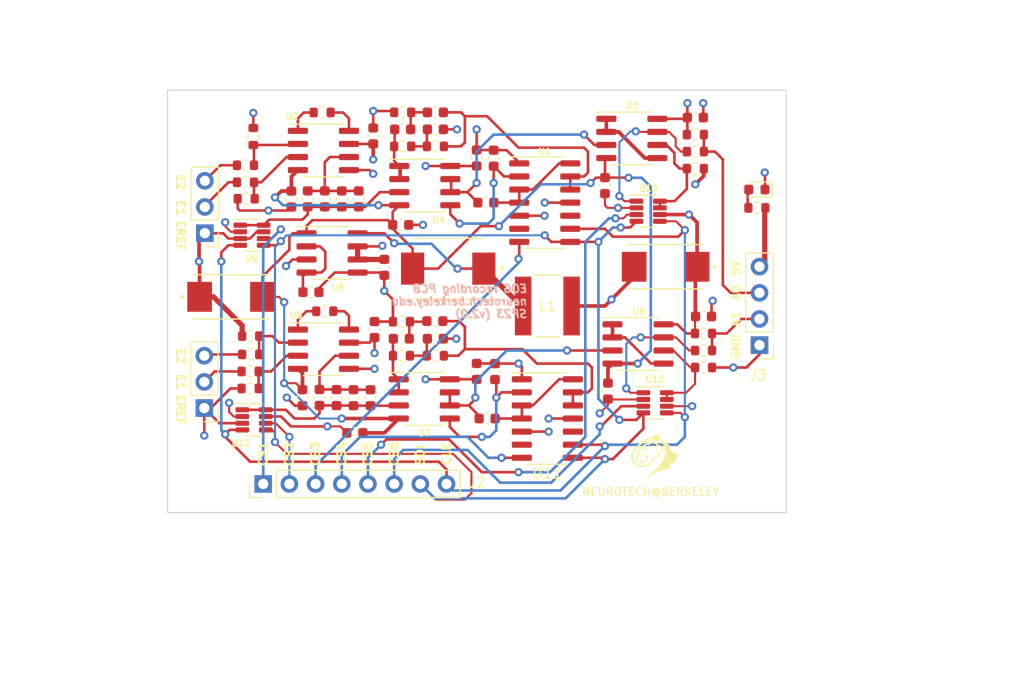
<source format=kicad_pcb>
(kicad_pcb (version 20211014) (generator pcbnew)
  (layers (0 "F.Cu" signal) (1 "In1.Cu" power "GND.Cu") (2 "In2.Cu" power "VDD.Cu") (31 "B.Cu" signal) (34 "B.Paste" user) (35 "F.Paste" user) (36 "B.SilkS" user "B.Silkscreen") (37 "F.SilkS" user "F.Silkscreen") (38 "B.Mask" user) (39 "F.Mask" user) (44 "Edge.Cuts" user))
  (net 0 "")
  (net 1 "VDD_NEG_5V")
  (net 2 "/IA_OUT_CH0")
  (net 3 "/NOTCH_IN_CH0")
  (net 4 "Net-(C13-Pad2)")
  (net 5 "Net-(C14-Pad2)")
  (net 6 "NOTCH_OUT_CH0")
  (net 7 "VDD")
  (net 8 "Net-(R3-Pad1)")
  (net 9 "Net-(R3-Pad2)")
  (net 10 "Net-(C21-Pad2)")
  (net 11 "Net-(C22-Pad2)")
  (net 12 "GND")
  (net 13 "E1_CH0")
  (net 14 "E2_CH0")
  (net 15 "/IA_IN-_CH0")
  (net 16 "/AMP_IN-_CH0")
  (net 17 "Net-(C17-Pad1)")
  (net 18 "Net-(R19-Pad1)")
  (net 19 "Net-(R19-Pad2)")
  (net 20 "/AMP_IN+_CH0")
  (net 21 "/IA_IN+_CH0")
  (net 22 "/IA_OUT_CH1")
  (net 23 "/NOTCH_IN_CH1")
  (net 24 "NOTCH_OUT_CH1")
  (net 25 "E1_CH1")
  (net 26 "E2_CH1")
  (net 27 "/IA_IN-_CH1")
  (net 28 "/IA_IN+_CH1")
  (net 29 "/AMP_IN-_CH1")
  (net 30 "/AMP_OUT_CH1")
  (net 31 "/AMP_IN+_CH1")
  (net 32 "/LPF_IN+_CH0")
  (net 33 "/LPF_IN-_CH0")
  (net 34 "/HPF_OUT_CH0")
  (net 35 "/LPF_IN+_CH1")
  (net 36 "/LPF_IN-_CH1")
  (net 37 "/HPF_OUT_CH1")
  (net 38 "/FB{slash}REF")
  (net 39 "/LX")
  (net 42 "CLK")
  (net 43 "SDI")
  (net 44 "CS1")
  (net 45 "CS5")
  (net 46 "CS2")
  (net 47 "CS6")
  (net 48 "Net-(C5-Pad1)")
  (net 49 "Net-(R12-Pad2)")
  (net 50 "CS3")
  (net 51 "CS4")
  (net 52 "AOUT_CH0")
  (net 53 "AOUT_CH1")
  (net 56 "Net-(LED1-Pad2)")
  (footprint "Capacitor_SMD:C_0603_1608Metric" (layer "F.Cu") (at 20.066 23.241 -90)
    (fp_text reference "C19")
    (fp_text value "0.1uF")
  )
  (footprint "Capacitor_SMD:C_0603_1608Metric" (layer "F.Cu") (at 18.542 10.5585 -90)
    (fp_text reference "C83")
    (fp_text value "10uF")
  )
  (footprint "Package_SO:SOIC-8_3.9x4.9mm_P1.27mm" (layer "F.Cu") (at 45.6255 24.638)
    (fp_text reference "U6")
    (fp_text value "LMC6482")
  )
  (footprint "Resistor_SMD:R_0603_1608Metric" (layer "F.Cu") (at 25.971 5.461 180)
    (fp_text reference "R15")
    (fp_text value "2k7" hide)
  )
  (footprint "Capacitor_SMD:C_0603_1608Metric" (layer "F.Cu") (at 19.685 29.858 -90)
    (fp_text reference "C203")
    (fp_text value "10uF")
  )
  (footprint "Resistor_SMD:R_0603_1608Metric" (layer "F.Cu") (at 51.9755 26.924 180)
    (fp_text reference "R24")
    (fp_text value "150R")
  )
  (footprint "Capacitor_SMD:C_0603_1608Metric" (layer "F.Cu") (at 18.034 29.858 -90)
    (fp_text reference "C202")
    (fp_text value "10uF")
  )
  (footprint "Capacitor_SMD:C_0603_1608Metric" (layer "F.Cu") (at 12.0015 10.5715 90)
    (fp_text reference "C6")
    (fp_text value "0.1uF" hide)
  )
  (footprint "Resistor_SMD:R_0603_1608Metric" (layer "F.Cu") (at 8.057 23.876)
    (fp_text reference "D5")
    (fp_text value "D5V0")
  )
  (footprint "Resistor_SMD:R_0603_1608Metric" (layer "F.Cu") (at 22.796 2.159 180)
    (fp_text reference "R13")
    (fp_text value "1k3" hide)
  )
  (footprint "Connector_PinHeader_2.54mm:PinHeader_1x04_P2.54mm_Vertical" (layer "F.Cu") (at 57.404 24.755 180)
    (fp_text reference "J3")
    (fp_text value "Conn_01x04")
  )
  (footprint "Capacitor_SMD:C_0603_1608Metric" (layer "F.Cu") (at 25.923 22.423)
    (fp_text reference "C23")
    (fp_text value "1uF")
  )
  (footprint "Resistor_SMD:R_0603_1608Metric" (layer "F.Cu") (at 7.549 7.295)
    (fp_text reference "R2")
    (fp_text value "220k" hide)
  )
  (footprint "Capacitor_SMD:C_0603_1608Metric" (layer "F.Cu") (at 25.971 3.81 180)
    (fp_text reference "C14")
    (fp_text value "2uF" hide)
  )
  (footprint "Resistor_SMD:R_0603_1608Metric" (layer "F.Cu") (at 51.181 7.62)
    (fp_text reference "R4")
    (fp_text value "150")
  )
  (footprint "Resistor_SMD:R_0603_1608Metric" (layer "F.Cu") (at 7.62 10.541)
    (fp_text reference "D2")
    (fp_text value "D5V0")
  )
  (footprint "Package_SO:SOIC-8_3.9x4.9mm_P1.27mm" (layer "F.Cu") (at 24.9435 9.271)
    (fp_text reference "U4")
    (fp_text value "LMC6482" hide)
  )
  (footprint "Resistor_SMD:R_0603_1608Metric" (layer "F.Cu") (at 8.001 27.305)
    (fp_text reference "R17")
    (fp_text value "220k")
  )
  (footprint "Capacitor_SMD:C_0603_1608Metric" (layer "F.Cu") (at 13.081 29.858 90)
    (fp_text reference "C18")
    (fp_text value "0.1uF")
  )
  (footprint "MountingHole:MountingHole_2.2mm_M2" (layer "F.Cu") (at 56.5 3.5)
    (fp_text reference "H2" hide)
    (fp_text value "MountingHole")
  )
  (footprint "Package_SO:SOIC-14_3.9x8.7mm_P1.27mm" (layer "F.Cu") (at 36.83 31.877)
    (fp_text reference "U11")
    (fp_text value "AD8402ARZ1")
  )
  (footprint "Package_SO:SOIC-8_3.9x4.9mm_P1.27mm" (layer "F.Cu") (at 15.9495 15.804)
    (fp_text reference "U8")
    (fp_text value "MAX764ESA+")
  )
  (footprint "NRS6028T470M:IND_NRS6028T470M" (layer "F.Cu") (at 36.83 20.955)
    (fp_text reference "L1")
    (fp_text value "47uH")
  )
  (footprint "Capacitor_SMD:C_0603_1608Metric" (layer "F.Cu") (at 18.161 33.274)
    (fp_text reference "C27")
    (fp_text value "0.1uF")
  )
  (footprint "Resistor_SMD:R_0603_1608Metric" (layer "F.Cu") (at 51.9755 23.622 180)
    (fp_text reference "R29")
    (fp_text value "1k")
  )
  (footprint "Capacitor_SMD:C_0603_1608Metric" (layer "F.Cu") (at 30.988 31.877 180)
    (fp_text reference "C17")
    (fp_text value "10uF")
  )
  (footprint "Resistor_SMD:R_0603_1608Metric" (layer "F.Cu") (at 7.549 8.946)
    (fp_text reference "R1")
    (fp_text value "220k" hide)
  )
  (footprint "Capacitor_SMD:C_0603_1608Metric" (layer "F.Cu") (at 13.899 19.614)
    (fp_text reference "C33")
    (fp_text value "0.1uF")
  )
  (footprint "Capacitor_SMD:C_0603_1608Metric" (layer "F.Cu") (at 29.972 6.591 -90)
    (fp_text reference "C11")
    (fp_text value "0.1uF")
  )
  (footprint "Capacitor_SMD:C_0603_1608Metric" (layer "F.Cu") (at 29.972 27.305 -90)
    (fp_text reference "C26")
    (fp_text value "0.1uF")
  )
  (footprint "Resistor_SMD:R_0603_1608Metric" (layer "F.Cu") (at 22.677 25.781 180)
    (fp_text reference "R26")
    (fp_text value "2k7")
  )
  (footprint "Resistor_SMD:R_0603_1608Metric" (layer "F.Cu") (at 25.966 25.781 180)
    (fp_text reference "R30")
    (fp_text value "2k7")
  )
  (footprint "Package_SO:SOIC-8_3.9x4.9mm_P1.27mm" (layer "F.Cu") (at 15.113 25.146)
    (fp_text reference "U5")
    (fp_text value "AD620")
  )
  (footprint "Resistor_SMD:R_0603_1608Metric" (layer "F.Cu") (at 57.15 11.43 180)
    (fp_text reference "R5")
    (fp_text value "400")
  )
  (footprint "Capacitor_SMD:C_0603_1608Metric" (layer "F.Cu") (at 22.664 24.13)
    (fp_text reference "C21")
    (fp_text value "1uF")
  )
  (footprint "MBRS330T3G:DIOM7959X261N" (layer "F.Cu") (at 27.2155 17.328 180)
    (fp_text reference "D1")
    (fp_text value "MBRS330T3G")
  )
  (footprint "Capacitor_SMD:C_0603_1608Metric" (layer "F.Cu") (at 42.7045 29.21 90)
    (fp_text reference "C25")
    (fp_text value "0.1uF")
  )
  (footprint "Package_SO:SOIC-8_3.9x4.9mm_P1.27mm" (layer "F.Cu") (at 15.113 5.8595)
    (fp_text reference "U2")
    (fp_text value "AD620")
  )
  (footprint "Capacitor_SMD:C_0603_1608Metric" (layer "F.Cu") (at 31.623 6.604 -90)
    (fp_text reference "C3")
    (fp_text value "10uF")
  )
  (footprint "MountingHole:MountingHole_2.2mm_M2" (layer "F.Cu") (at 3.5 37.5)
    (fp_text reference "H4" hide)
    (fp_text value "MountingHole")
  )
  (footprint "Capacitor_SMD:C_0603_1608Metric" (layer "F.Cu") (at 25.966 24.13 180)
    (fp_text reference "C22")
    (fp_text value "2uF")
  )
  (footprint "Capacitor_SMD:C_0603_1608Metric" (layer "F.Cu") (at 51.181 2.667 180)
    (fp_text reference "C9")
    (fp_text value "0.1uF")
  )
  (footprint "Resistor_SMD:R_0603_1608Metric" (layer "F.Cu") (at 14.986 2.1765)
    (fp_text reference "R3")
    (fp_text value "2k2" hide)
  )
  (footprint "Connector_PinHeader_2.54mm:PinHeader_1x03_P2.54mm_Vertical" (layer "F.Cu") (at 3.612 13.884 180)
    (fp_text reference "J1")
    (fp_text value "Conn_01x03" hide)
  )
  (footprint "MountingHole:MountingHole_2.2mm_M2" (layer "F.Cu") (at 56.5 34)
    (fp_text reference "H3" hide)
    (fp_text value "MountingHole")
  )
  (footprint "Resistor_SMD:R_0603_1608Metric" (layer "F.Cu") (at 22.796 5.461 180)
    (fp_text reference "R11")
    (fp_text value "2k7" hide)
  )
  (footprint "Resistor_SMD:R_0603_1608Metric" (layer "F.Cu") (at 15.24 21.463)
    (fp_text reference "R19")
    (fp_text value "2k2")
  )
  (footprint "LED_SMD:LED_0603_1608Metric" (layer "F.Cu") (at 57.15 9.652 180)
    (fp_text reference "LED1")
    (fp_text value "LED")
  )
  (footprint "Connector_PinHeader_2.54mm:PinHeader_1x03_P2.54mm_Vertical" (layer "F.Cu") (at 3.556 30.861 180)
    (fp_text reference "J4")
    (fp_text value "Conn_01x03")
  )
  (footprint "Capacitor_SMD:C_0603_1608Metric" (layer "F.Cu") (at 42.418 9.271 90)
    (fp_text reference "C10")
    (fp_text value "0.1uF")
  )
  (footprint "MountingHole:MountingHole_2.2mm_M2" (layer "F.Cu") (at 3.5 3.5)
    (fp_text reference "H1" hide)
    (fp_text value "MountingHole")
  )
  (footprint "Capacitor_SMD:C_0603_1608Metric" (layer "F.Cu") (at 22.606 13.081 180)
    (fp_text reference "C12")
    (fp_text value "0.1uF")
  )
  (footprint "Capacitor_SMD:C_0603_1608Metric" (layer "F.Cu") (at 14.732 29.832 -90)
    (fp_text reference "C20")
    (fp_text value "10uF")
  )
  (footprint "Resistor_SMD:R_0603_1608Metric" (layer "F.Cu") (at 51.181 5.969 180)
    (fp_text reference "R12")
    (fp_text value "1k")
  )
  (footprint "Capacitor_SMD:C_0603_1608Metric" (layer "F.Cu") (at 31.75 27.318 -90)
    (fp_text reference "C16")
    (fp_text value "10uF")
  )
  (footprint "Capacitor_SMD:C_0603_1608Metric" (layer "F.Cu") (at 15.24 10.5585 -90)
    (fp_text reference "C81")
    (fp_text value "10uF")
  )
  (footprint "Capacitor_SMD:C_0603_1608Metric" (layer "F.Cu") (at 16.891 10.5585 -90)
    (fp_text reference "C82")
    (fp_text value "10uF")
  )
  (footprint "Capacitor_SMD:C_0603_1608Metric" (layer "F.Cu") (at 19.939 4.445 -90)
    (fp_text reference "C7")
    (fp_text value "0.1uF" hide)
  )
  (footprint "Capacitor_SMD:C_0603_1608Metric" (layer "F.Cu") (at 25.971 2.159)
    (fp_text reference "C15")
    (fp_text value "1uF" hide)
  )
  (footprint "Package_SO:SOIC-14_3.9x8.7mm_P1.27mm" (layer "F.Cu") (at 36.576 10.922)
    (fp_text reference "U1")
    (fp_text value "AD8402ARZ1")
  )
  (footprint "Resistor_SMD:R_0603_1608Metric" (layer "F.Cu") (at 8.311 4.501 -90)
    (fp_text reference "D3")
    (fp_text value "D5V0")
  )
  (footprint "20TQC100MYF:CAP_20TQC100MYF" (layer "F.Cu") (at 48.3015 17.145 180)
    (fp_text reference "C1")
    (fp_text value "100uF")
  )
  (footprint "Package_TO_SOT_SMD:SOT-23-8" (layer "F.Cu") (at 46.6035 11.755)
    (fp_text reference "U10")
    (fp_text value "MAX5401EKAT")
  )
  (footprint "Resistor_SMD:R_0603_1608Metric" (layer "F.Cu") (at 8.057 25.654)
    (fp_text reference "R16")
    (fp_text value "220k")
  )
  (footprint "Package_TO_SOT_SMD:SOT-23-8" (layer "F.Cu") (at 47.2765 30.353)
    (fp_text reference "U13")
    (fp_text value "MAX5401EKAT")
  )
  (footprint "Capacitor_SMD:C_0603_1608Metric" (layer "F.Cu") (at 16.383 29.845 -90)
    (fp_text reference "C201")
    (fp_text value "10uF")
  )
  (footprint "LOGO" (layer "F.Cu") (at 47.244 35.687)
    (fp_text reference "G***" hide)
    (fp_text value "LOGO" hide)
  )
  (footprint "Connector_PinHeader_2.54mm:PinHeader_1x08_P2.54mm_Vertical" (layer "F.Cu") (at 9.271 38.227 90)
    (fp_text reference "J2")
    (fp_text value "Conn_01x08")
  )
  (footprint "Package_SO:SOIC-8_3.9x4.9mm_P1.27mm" (layer "F.Cu") (at 45.0215 4.6915)
    (fp_text reference "U3")
    (fp_text value "LMC6482")
  )
  (footprint "20TQC100MYF:CAP_20TQC100MYF" (layer "F.Cu") (at 6.152 20.066)
    (fp_text reference "C4")
    (fp_text value "68uF")
  )
  (footprint "Package_TO_SOT_SMD:SOT-23-8" (layer "F.Cu") (at 8.382 32.004)
    (fp_text reference "U12")
    (fp_text value "AD5160BRJZ5-RL7")
  )
  (footprint "Capacitor_SMD:C_0603_1608Metric" (layer "F.Cu") (at 51.9755 21.971 180)
    (fp_text reference "C24")
    (fp_text value "0.1uF")
  )
  (footprint "Resistor_SMD:R_0603_1608Metric" (layer "F.Cu") (at 22.677 22.479 180)
    (fp_text reference "R28")
    (fp_text value "1k3")
  )
  (footprint "Package_SO:SOIC-8_3.9x4.9mm_P1.27mm" (layer "F.Cu") (at 24.892 29.972)
    (fp_text reference "U7")
    (fp_text value "LMC6482")
  )
  (footprint "Capacitor_SMD:C_0603_1608Metric" (layer "F.Cu") (at 21.011 17.201 -90)
    (fp_text reference "C2")
    (fp_text value "0.1uF")
  )
  (footprint "Resistor_SMD:R_0603_1608Metric" (layer "F.Cu") (at 8.001 28.956)
    (fp_text reference "D4")
    (fp_text value "D5V0")
  )
  (footprint "Resistor_SMD:R_0603_1608Metric" (layer "F.Cu") (at 51.181 4.318 180)
    (fp_text reference "R14")
    (fp_text value "1k")
  )
  (footprint "Capacitor_SMD:C_0603_1608Metric" (layer "F.Cu") (at 30.861 10.922 180)
    (fp_text reference "C5")
    (fp_text value "10uF")
  )
  (footprint "Capacitor_SMD:C_0603_1608Metric" (layer "F.Cu") (at 22.796 3.81)
    (fp_text reference "C13")
    (fp_text value "1uF" hide)
  )
  (footprint "Package_TO_SOT_SMD:SOT-23-8" (layer "F.Cu") (at 8.1785 14.082)
    (fp_text reference "U9")
    (fp_text value "AD5160BRJZ5-RL7")
  )
  (footprint "Capacitor_SMD:C_0603_1608Metric" (layer "F.Cu") (at 13.589 10.5585 -90)
    (fp_text reference "C8")
    (fp_text value "10uF" hide)
  )
  (footprint "Resistor_SMD:R_0603_1608Metric" (layer "F.Cu") (at 51.9755 25.273 180)
    (fp_text reference "R27")
    (fp_text value "1k")
  )
  (gr_rect (start 0 0) (end 60 41) (layer "Edge.Cuts") (width 0.1) (fill none))
  (gr_text "EOG recording PCB\nneurotech.berkeley.edu\nSP23 (v2.0)" (at 35 20.5) (layer "B.SilkS") (effects (font (size 0.762 0.762) (thickness 0.1905) italic) (justify left mirror)))
  (gr_text "EREF" (at 1.27 31.031 -90) (layer "F.SilkS") (effects (font (size 0.8 0.8) (thickness 0.2))))
  (gr_text "E1" (at 1.27 28.321 -90) (layer "F.SilkS") (effects (font (size 0.8 0.8) (thickness 0.2))))
  (gr_text "5V" (at 55.118 17.272 90) (layer "F.SilkS") (effects (font (size 0.8 0.8) (thickness 0.2))))
  (gr_text "SDI" (at 24.496 35.433 90) (layer "F.SilkS") (effects (font (size 0.8 0.8) (thickness 0.2))))
  (gr_text "A0" (at 55.118 19.685 90) (layer "F.SilkS") (effects (font (size 0.8 0.8) (thickness 0.2))))
  (gr_text "CS3" (at 14.351 35.306 90) (layer "F.SilkS") (effects (font (size 0.8 0.8) (thickness 0.2))))
  (gr_text "NEUROTECH@BERKELEY" (at 40.132 38.989) (layer "F.SilkS") (effects (font (size 0.762 0.762) (thickness 0.12)) (justify left)))
  (gr_text "A1" (at 55.118 22.225 90) (layer "F.SilkS") (effects (font (size 0.8 0.8) (thickness 0.2))))
  (gr_text "E2" (at 1.27 8.933 270) (layer "F.SilkS") (effects (font (size 0.8 0.8) (thickness 0.2))))
  (gr_text "CLK" (at 27.036 35.306 90) (layer "F.SilkS") (effects (font (size 0.8 0.8) (thickness 0.2))))
  (gr_text "E2" (at 1.27 25.824 270) (layer "F.SilkS") (effects (font (size 0.8 0.8) (thickness 0.2))))
  (gr_text "CS2" (at 11.796 35.306 90) (layer "F.SilkS") (effects (font (size 0.8 0.8) (thickness 0.2))))
  (gr_text "CS5" (at 19.416 35.306 90) (layer "F.SilkS") (effects (font (size 0.8 0.8) (thickness 0.2))))
  (gr_text "CS6" (at 21.971 35.306 90) (layer "F.SilkS") (effects (font (size 0.8 0.8) (thickness 0.2))))
  (gr_text "CS1" (at 9.256 35.306 90) (layer "F.SilkS") (effects (font (size 0.8 0.8) (thickness 0.2))))
  (gr_text "CS4" (at 16.891 35.306 90) (layer "F.SilkS") (effects (font (size 0.8 0.8) (thickness 0.2))))
  (gr_text "GND" (at 55.118 24.892 90) (layer "F.SilkS") (effects (font (size 0.8 0.8) (thickness 0.2))))
  (gr_text "E1" (at 1.27 11.43 -90) (layer "F.SilkS") (effects (font (size 0.8 0.8) (thickness 0.2))))
  (gr_text "EREF" (at 1.27 14.14 -90) (layer "F.SilkS") (effects (font (size 0.8 0.8) (thickness 0.2))))
  (segment (start 11.0315 9.7965) (end 10.414 10.414) (width 0.3556) (layer "F.Cu") (net 1))
  (segment (start 42.7045 26.989) (end 43.1505 26.543) (width 0.3556) (layer "F.Cu") (net 1))
  (segment (start 22.4685 11.176) (end 20.447 11.176) (width 0.25) (layer "F.Cu") (net 1))
  (segment (start 42.418 6.725) (end 42.5465 6.5965) (width 0.254) (layer "F.Cu") (net 1))
  (segment (start 44.691 8.496) (end 42.418 8.496) (width 0.254) (layer "F.Cu") (net 1))
  (segment (start 41.021 9.017) (end 41.542 8.496) (width 0.25) (layer "F.Cu") (net 1))
  (segment (start 11.811 14.224) (end 12.136 13.899) (width 0.254) (layer "F.Cu") (net 1))
  (segment (start 13.081 29.083) (end 12.446 28.448) (width 0.2032) (layer "F.Cu") (net 1))
  (segment (start 21.379 12.629) (end 21.831 13.081) (width 0.25) (layer "F.Cu") (net 1))
  (segment (start 12.638 27.051) (end 13.081 27.494) (width 0.3556) (layer "F.Cu") (net 1))
  (segment (start 13.4745 13.899) (end 13.4745 13.1805) (width 0.25) (layer "F.Cu") (net 1))
  (segment (start 11.811 15.494) (end 11.811 14.224) (width 0.254) (layer "F.Cu") (net 1))
  (segment (start 14.026 12.629) (end 21.379 12.629) (width 0.25) (layer "F.Cu") (net 1))
  (segment (start 21.831 13.081) (end 21.831 11.8135) (width 0.25) (layer "F.Cu") (net 1))
  (segment (start 13.4745 13.1805) (end 14.026 12.629) (width 0.25) (layer "F.Cu") (net 1))
  (segment (start 42.7045 28.435) (end 42.7045 26.989) (width 0.3556) (layer "F.Cu") (net 1))
  (segment (start 12.136 13.899) (end 13.4745 13.899) (width 0.254) (layer "F.Cu") (net 1))
  (segment (start 41.542 8.496) (end 42.418 8.496) (width 0.25) (layer "F.Cu") (net 1))
  (segment (start 13.081 27.494) (end 13.081 29.083) (width 0.3556) (layer "F.Cu") (net 1))
  (segment (start 9.202 20.066) (end 9.202 18.103) (width 0.254) (layer "F.Cu") (net 1))
  (segment (start 29.972 13.589) (end 30.353 13.208) (width 0.25) (layer "F.Cu") (net 1))
  (segment (start 31.877 13.208) (end 32.131 13.208) (width 0.25) (layer "F.Cu") (net 1))
  (segment (start 42.418 8.496) (end 42.418 6.725) (width 0.254) (layer "F.Cu") (net 1))
  (segment (start 21.02 33.274) (end 22.417 31.877) (width 0.3556) (layer "F.Cu") (net 1))
  (segment (start 23.7605 17.328) (end 23.7605 15.3785) (width 0.25) (layer "F.Cu") (net 1))
  (segment (start 12.0015 9.7965) (end 12.0015 8.401) (width 0.3556) (layer "F.Cu") (net 1))
  (segment (start 23.7605 15.3785) (end 21.831 13.449) (width 0.25) (layer "F.Cu") (net 1))
  (segment (start 18.936 33.274) (end 21.02 33.274) (width 0.3556) (layer "F.Cu") (net 1))
  (segment (start 11.303 20.574) (end 10.795 20.066) (width 0.2032) (layer "F.Cu") (net 1))
  (segment (start 10.795 20.066) (end 9.202 20.066) (width 0.2032) (layer "F.Cu") (net 1))
  (segment (start 23.7605 17.328) (end 26.233 17.328) (width 0.25) (layer "F.Cu") (net 1))
  (segment (start 30.353 13.208) (end 31.877 13.208) (width 0.25) (layer "F.Cu") (net 1))
  (segment (start 12.446 28.448) (end 11.303 28.448) (width 0.2032) (layer "F.Cu") (net 1))
  (segment (start 9.202 18.103) (end 11.811 15.494) (width 0.254) (layer "F.Cu") (net 1))
  (segment (start 45.593 26.543) (end 43.1505 26.543) (width 0.3556) (layer "F.Cu") (net 1))
  (segment (start 21.831 13.449) (end 21.831 13.081) (width 0.25) (layer "F.Cu") (net 1))
  (segment (start 44.704 8.509) (end 44.691 8.496) (width 0.254) (layer "F.Cu") (net 1))
  (segment (start 26.233 17.328) (end 29.972 13.589) (width 0.25) (layer "F.Cu") (net 1))
  (segment (start 21.831 11.8135) (end 22.4685 11.176) (width 0.25) (layer "F.Cu") (net 1))
  (segment (start 12.0015 9.7965) (end 11.0315 9.7965) (width 0.3556) (layer "F.Cu") (net 1))
  (segment (start 12.0015 8.401) (end 12.638 7.7645) (width 0.3556) (layer "F.Cu") (net 1))
  (segment (start 22.417 31.877) (end 16.891 31.877) (width 0.3556) (layer "F.Cu") (net 1))
  (via (at 32.131 13.208) (size 0.8) (drill 0.4) (layers "F.Cu" "B.Cu") (net 1))
  (via (at 41.021 9.017) (size 0.8) (drill 0.4) (layers "F.Cu" "B.Cu") (net 1))
  (via (at 10.414 10.414) (size 0.8) (drill 0.4) (layers "F.Cu" "B.Cu") (net 1))
  (via (at 11.303 20.574) (size 0.8) (drill 0.4) (layers "F.Cu" "B.Cu") (net 1))
  (via (at 11.303 28.448) (size 0.8) (drill 0.4) (layers "F.Cu" "B.Cu") (net 1))
  (via (at 16.891 31.877) (size 0.8) (drill 0.4) (layers "F.Cu" "B.Cu") (net 1))
  (via (at 20.447 11.176) (size 0.8) (drill 0.4) (layers "F.Cu" "B.Cu") (net 1))
  (via (at 45.593 26.543) (size 0.8) (drill 0.4) (layers "F.Cu" "B.Cu") (net 1))
  (via (at 44.704 8.509) (size 0.8) (drill 0.4) (layers "F.Cu" "B.Cu") (net 1))
  (segment (start 41.021 9.017) (end 40.894 9.144) (width 0.25) (layer "B.Cu") (net 1))
  (segment (start 40.894 9.144) (end 36.195 9.144) (width 0.25) (layer "B.Cu") (net 1))
  (segment (start 11.303 28.448) (end 14.732 31.877) (width 0.2032) (layer "B.Cu") (net 1))
  (segment (start 46.863 25.273) (end 46.863 9.398) (width 0.254) (layer "B.Cu") (net 1))
  (segment (start 14.732 31.877) (end 16.891 31.877) (width 0.2032) (layer "B.Cu") (net 1))
  (segment (start 45.593 26.543) (end 46.863 25.273) (width 0.254) (layer "B.Cu") (net 1))
  (segment (start 11.303 20.828) (end 11.303 20.574) (width 0.2032) (layer "B.Cu") (net 1))
  (segment (start 36.195 9.144) (end 32.131 13.208) (width 0.25) (layer "B.Cu") (net 1))
  (segment (start 45.974 8.509) (end 44.704 8.509) (width 0.254) (layer "B.Cu") (net 1))
  (segment (start 46.863 9.398) (end 45.974 8.509) (width 0.254) (layer "B.Cu") (net 1))
  (segment (start 20.447 11.176) (end 11.176 11.176) (width 0.25) (layer "B.Cu") (net 1))
  (segment (start 11.176 11.176) (end 10.414 10.414) (width 0.25) (layer "B.Cu") (net 1))
  (segment (start 11.303 28.448) (end 11.303 20.828) (width 0.2032) (layer "B.Cu") (net 1))
  (segment (start 15.24 9.7835) (end 15.24 7.0025) (width 0.25) (layer "F.Cu") (net 2))
  (segment (start 15.24 9.7835) (end 16.891 9.7835) (width 0.254) (layer "F.Cu") (net 2))
  (segment (start 15.24 7.0025) (end 15.748 6.4945) (width 0.25) (layer "F.Cu") (net 2))
  (segment (start 16.891 9.7835) (end 18.542 9.7835) (width 0.254) (layer "F.Cu") (net 2))
  (segment (start 15.748 6.4945) (end 17.588 6.4945) (width 0.254) (layer "F.Cu") (net 2))
  (segment (start 13.589 9.7835) (end 15.24 9.7835) (width 0.254) (layer "F.Cu") (net 2))
  (segment (start 22.021 3.81) (end 22.021 5.411) (width 0.25) (layer "F.Cu") (net 3))
  (segment (start 21.971 6.8685) (end 22.4685 7.366) (width 0.25) (layer "F.Cu") (net 3))
  (segment (start 21.971 5.461) (end 21.971 6.8685) (width 0.25) (layer "F.Cu") (net 3))
  (segment (start 22.021 5.411) (end 21.971 5.461) (width 0.25) (layer "F.Cu") (net 3))
  (segment (start 22.549 8.509) (end 22.549 7.239) (width 0.3556) (layer "F.Cu") (net 3))
  (segment (start 23.621 2.159) (end 25.196 2.159) (width 0.25) (layer "F.Cu") (net 4))
  (segment (start 23.571 3.81) (end 23.571 2.209) (width 0.25) (layer "F.Cu") (net 4))
  (segment (start 23.571 2.209) (end 23.621 2.159) (width 0.25) (layer "F.Cu") (net 4))
  (segment (start 23.621 5.461) (end 25.146 5.461) (width 0.25) (layer "F.Cu") (net 5))
  (segment (start 25.146 3.86) (end 25.196 3.81) (width 0.25) (layer "F.Cu") (net 5))
  (segment (start 25.146 5.461) (end 25.146 3.86) (width 0.25) (layer "F.Cu") (net 5))
  (segment (start 28.829 2.54) (end 28.829 5.08) (width 0.254) (layer "F.Cu") (net 6))
  (segment (start 28.448 2.159) (end 28.829 2.54) (width 0.254) (layer "F.Cu") (net 6))
  (segment (start 39.051 8.382) (end 40.386 8.382) (width 0.25) (layer "F.Cu") (net 6))
  (segment (start 28.829 5.08) (end 28.448 5.461) (width 0.254) (layer "F.Cu") (net 6))
  (segment (start 40.386 8.382) (end 40.767 8.001) (width 0.25) (layer "F.Cu") (net 6))
  (segment (start 28.448 5.461) (end 26.796 5.461) (width 0.254) (layer "F.Cu") (net 6))
  (segment (start 40.767 5.969) (end 40.386 5.588) (width 0.25) (layer "F.Cu") (net 6))
  (segment (start 34.036 5.588) (end 30.988 2.54) (width 0.25) (layer "F.Cu") (net 6))
  (segment (start 39.051 9.652) (end 39.051 8.382) (width 0.25) (layer "F.Cu") (net 6))
  (segment (start 30.988 2.54) (end 28.829 2.54) (width 0.25) (layer "F.Cu") (net 6))
  (segment (start 40.386 5.588) (end 34.036 5.588) (width 0.25) (layer "F.Cu") (net 6))
  (segment (start 26.746 2.159) (end 28.448 2.159) (width 0.254) (layer "F.Cu") (net 6))
  (segment (start 40.767 8.001) (end 40.767 5.969) (width 0.25) (layer "F.Cu") (net 6))
  (segment (start 57.912 11.493) (end 57.912 16.627) (width 0.508) (layer "F.Cu") (net 7))
  (segment (start 50.576 12.065) (end 50.561 12.08) (width 0.3556) (layer "F.Cu") (net 7))
  (segment (start 27.4185 7.366) (end 25.273 7.366) (width 0.25) (layer "F.Cu") (net 7))
  (segment (start 20.828 15.113) (end 20.574 15.113) (width 0.2032) (layer "F.Cu") (net 7))
  (segment (start 6.137 13.757) (end 7.041 13.757) (width 0.2032) (layer "F.Cu") (net 7))
  (segment (start 18.4245 15.169) (end 18.4245 16.439) (width 0.508) (layer "F.Cu") (net 7))
  (segment (start 7.2445 31.679) (end 6.406 31.679) (width 0.2032) (layer "F.Cu") (net 7))
  (segment (start 50.406 4.268) (end 50.356 4.318) (width 0.254) (layer "F.Cu") (net 7))
  (segment (start 6.406 31.679) (end 5.969 31.242) (width 0.2032) (layer "F.Cu") (net 7))
  (segment (start 39.305 31.877) (end 36.957 31.877) (width 0.254) (layer "F.Cu") (net 7))
  (segment (start 51.3515 12.8405) (end 50.576 12.065) (width 0.3556) (layer "F.Cu") (net 7))
  (segment (start 51.3515 17.145) (end 51.3515 12.8405) (width 0.3556) (layer "F.Cu") (net 7))
  (segment (start 51.3515 17.145) (end 51.181 17.3155) (width 0.3556) (layer "F.Cu") (net 7))
  (segment (start 20.574 15.113) (end 20.518 15.169) (width 0.2032) (layer "F.Cu") (net 7))
  (segment (start 19.939 5.22) (end 19.939 6.731) (width 0.3556) (layer "F.Cu") (net 7))
  (segment (start 51.1505 23.622) (end 51.1505 22.021) (width 0.2032) (layer "F.Cu") (net 7))
  (segment (start 47.741 12.08) (end 50.561 12.08) (width 0.3556) (layer "F.Cu") (net 7))
  (segment (start 27.367 28.067) (end 29.959 28.067) (width 0.254) (layer "F.Cu") (net 7))
  (segment (start 57.975 11.43) (end 57.912 11.493) (width 0.508) (layer "F.Cu") (net 7))
  (segment (start 27.4185 7.366) (end 29.972 7.366) (width 0.25) (layer "F.Cu") (net 7))
  (segment (start 49.4355 22.733) (end 50.3245 23.622) (width 0.254) (layer "F.Cu") (net 7))
  (segment (start 29.959 28.067) (end 29.972 28.08) (width 0.254) (layer "F.Cu") (net 7))
  (segment (start 48.414 30.678) (end 50.871 30.678) (width 0.2032) (layer "F.Cu") (net 7))
  (segment (start 20.066 24.016) (end 20.066 25.527) (width 0.254) (layer "F.Cu") (net 7))
  (segment (start 48.1005 22.733) (end 49.4355 22.733) (width 0.254) (layer "F.Cu") (net 7))
  (segment (start 25.273 7.366) (end 25.019 7.366) (width 0.25) (layer "F.Cu") (net 7))
  (segment (start 50.2865 2.7865) (end 50.406 2.667) (width 0.254) (layer "F.Cu") (net 7))
  (segment (start 50.406 2.667) (end 50.406 4.268) (width 0.254) (layer "F.Cu") (net 7))
  (segment (start 20.518 15.169) (end 18.4245 15.169) (width 0.254) (layer "F.Cu") (net 7))
  (segment (start 20.998 16.439) (end 21.011 16.426) (width 0.508) (layer "F.Cu") (net 7))
  (segment (start 50.3245 23.622) (end 51.1505 23.622) (width 0.254) (layer "F.Cu") (net 7))
  (segment (start 18.4245 16.439) (end 20.998 16.439) (width 0.508) (layer "F.Cu") (net 7))
  (segment (start 27.367 28.067) (end 25.019 28.067) (width 0.254) (layer "F.Cu") (net 7))
  (segment (start 47.4965 2.7865) (end 50.2865 2.7865) (width 0.254) (layer "F.Cu") (net 7))
  (segment (start 39.051 10.922) (end 36.576 10.922) (width 0.254) (layer "F.Cu") (net 7))
  (segment (start 5.588 13.208) (end 6.137 13.757) (width 0.2032) (layer "F.Cu") (net 7))
  (segment (start 17.588 24.511) (end 19.571 24.511) (width 0.254) (layer "F.Cu") (net 7))
  (segment (start 5.969 31.242) (end 5.969 30.353) (width 0.2032) (layer "F.Cu") (net 7))
  (segment (start 51.1505 22.021) (end 51.2005 21.971) (width 0.2032) (layer "F.Cu") (net 7))
  (segment (start 57.912 16.627) (end 57.404 17.135) (width 0.508) (layer "F.Cu") (net 7))
  (segment (start 50.406 1.283) (end 50.419 1.27) (width 0.254) (layer "F.Cu") (net 7))
  (segment (start 17.588 5.2245) (end 19.9345 5.2245) (width 0.25) (layer "F.Cu") (net 7))
  (segment (start 50.406 2.667) (end 50.406 1.283) (width 0.254) (layer "F.Cu") (net 7))
  (segment (start 5.588 12.827) (end 5.588 13.208) (width 0.2032) (layer "F.Cu") (net 7))
  (segment (start 19.571 24.511) (end 20.066 24.016) (width 0.254) (layer "F.Cu") (net 7))
  (segment (start 51.181 17.3155) (end 51.181 21.9515) (width 0.3556) (layer "F.Cu") (net 7))
  (via blind (at 20.828 15.113) (size 0.8) (drill 0.4) (layers "F.Cu" "B.Cu") (net 7))
  (via blind (at 25.019 7.366) (size 0.8) (drill 0.4) (layers "F.Cu" "B.Cu") (net 7))
  (via blind (at 36.576 10.922) (size 0.8) (drill 0.4) (layers "F.Cu" "B.Cu") (net 7))
  (via blind (at 5.588 12.827) (size 0.8) (drill 0.4) (layers "F.Cu" "B.Cu") (net 7))
  (via blind (at 5.969 30.353) (size 0.8) (drill 0.4) (layers "F.Cu" "B.Cu") (net 7))
  (via blind (at 19.939 6.731) (size 0.8) (drill 0.4) (layers "F.Cu" "B.Cu") (net 7))
  (via blind (at 50.561 12.08) (size 0.8) (drill 0.4) (layers "F.Cu" "B.Cu") (net 7))
  (via blind (at 36.957 31.877) (size 0.8) (drill 0.4) (layers "F.Cu" "B.Cu") (net 7))
  (via blind (at 20.066 25.527) (size 0.8) (drill 0.4) (layers "F.Cu" "B.Cu") (net 7))
  (via blind (at 50.419 1.27) (size 0.8) (drill 0.4) (layers "F.Cu" "B.Cu") (net 7))
  (via blind (at 50.871 30.678) (size 0.8) (drill 0.4) (layers "F.Cu" "B.Cu") (net 7))
  (via blind (at 25.019 28.067) (size 0.8) (drill 0.4) (layers "F.Cu" "B.Cu") (net 7))
  (segment (start 12.638 3.9545) (end 12.638 2.7465) (width 0.25) (layer "F.Cu") (net 8))
  (segment (start 12.638 2.7465) (end 13.208 2.1765) (width 0.25) (layer "F.Cu") (net 8))
  (segment (start 13.208 2.1765) (end 14.161 2.1765) (width 0.25) (layer "F.Cu") (net 8))
  (segment (start 17.588 3.9545) (end 17.588 2.7465) (width 0.25) (layer "F.Cu") (net 9))
  (segment (start 17.588 2.7465) (end 17.018 2.1765) (width 0.25) (layer "F.Cu") (net 9))
  (segment (start 17.018 2.1765) (end 15.811 2.1765) (width 0.25) (layer "F.Cu") (net 9))
  (segment (start 23.439 24.13) (end 23.439 22.542) (width 0.25) (layer "F.Cu") (net 10))
  (segment (start 25.092 22.479) (end 25.148 22.423) (width 0.25) (layer "F.Cu") (net 10))
  (segment (start 23.502 22.479) (end 25.092 22.479) (width 0.25) (layer "F.Cu") (net 10))
  (segment (start 23.439 22.542) (end 23.502 22.479) (width 0.25) (layer "F.Cu") (net 10))
  (segment (start 23.502 25.781) (end 25.141 25.781) (width 0.25) (layer "F.Cu") (net 11))
  (segment (start 25.141 25.781) (end 25.141 24.18) (width 0.25) (layer "F.Cu") (net 11))
  (segment (start 25.141 24.18) (end 25.191 24.13) (width 0.25) (layer "F.Cu") (net 11))
  (segment (start 52.006 7.62) (end 52.006 8.319) (width 0.3556) (layer "F.Cu") (net 12))
  (segment (start 42.659 11.43) (end 43.688 11.43) (width 0.2032) (layer "F.Cu") (net 12))
  (segment (start 3.048 16.637) (end 3.102 16.691) (width 0.508) (layer "F.Cu") (net 12))
  (segment (start 52.8005 26.924) (end 54.864 26.924) (width 0.254) (layer "F.Cu") (net 12))
  (segment (start 3.048 16.637) (end 3.048 14.448) (width 0.3556) (layer "F.Cu") (net 12))
  (segment (start 16.751 32.639) (end 15.494 32.639) (width 0.2032) (layer "F.Cu") (net 12))
  (segment (start 45.466 11.43) (end 43.688 11.43) (width 0.2032) (layer "F.Cu") (net 12))
  (segment (start 46.139 30.028) (end 42.7475 30.028) (width 0.2032) (layer "F.Cu") (net 12))
  (segment (start 12.345 30.633) (end 13.081 30.633) (width 0.254) (layer "F.Cu") (net 12))
  (segment (start 4.445 20.066) (end 7.232 22.853) (width 0.508) (layer "F.Cu") (net 12))
  (segment (start 42.659 11.43) (end 42.418 11.189) (width 0.2032) (layer "F.Cu") (net 12))
  (segment (start 7.2445 32.329) (end 5.024 32.329) (width 0.254) (layer "F.Cu") (net 12))
  (segment (start 7.176 28.956) (end 6.096 28.956) (width 0.254) (layer "F.Cu") (net 12))
  (segment (start 51.956 1.41) (end 51.943 1.397) (width 0.254) (layer "F.Cu") (net 12))
  (segment (start 32.88 5.829) (end 31.623 5.829) (width 0.254) (layer "F.Cu") (net 12))
  (segment (start 20.066 27.051) (end 17.588 27.051) (width 0.254) (layer "F.Cu") (net 12))
  (segment (start 56.134 26.924) (end 54.864 26.924) (width 0.254) (layer "F.Cu") (net 12))
  (segment (start 16.2035 17.709) (end 18.4245 17.709) (width 0.254) (layer "F.Cu") (net 12))
  (segment (start 34.101 7.05) (end 32.88 5.829) (width 0.254) (layer "F.Cu") (net 12))
  (segment (start 52.7505 21.971) (end 52.7505 20.561) (width 0.254) (layer "F.Cu") (net 12))
  (segment (start 3.102 16.691) (end 3.102 20.066) (width 0.3556) (layer "F.Cu") (net 12))
  (segment (start 7.986 14.407) (end 7.041 14.407) (width 0.25) (layer "F.Cu") (net 12))
  (segment (start 42.7045 30.5745) (end 42.7045 29.985) (width 0.2032) (layer "F.Cu") (net 12))
  (segment (start 9.5195 31.679) (end 10.993 31.679) (width 0.254) (layer "F.Cu") (net 12))
  (segment (start 57.9375 8.0265) (end 57.9375 9.652) (width 0.254) (layer "F.Cu") (net 12))
  (segment (start 12.121 16.439) (end 11.486 17.074) (width 0.25) (layer "F.Cu") (net 12))
  (segment (start 51.943 1.397) (end 51.943 1.27) (width 0.254) (layer "F.Cu") (net 12))
  (segment (start 21.844 2.032) (end 19.939 2.032) (width 0.25) (layer "F.Cu") (net 12))
  (segment (start 21.011 19.36) (end 21.011 19.487) (width 0.254) (layer "F.Cu") (net 12))
  (segment (start 34.355 26.862) (end 34.036 26.543) (width 0.254) (layer "F.Cu") (net 12))
  (segment (start 21.971 2.159) (end 21.844 2.032) (width 0.25) (layer "F.Cu") (net 12))
  (segment (start 11.664 11.684) (end 12.0015 11.3465) (width 0.25) (layer "F.Cu") (net 12))
  (segment (start 52.006 8.319) (end 51.181 9.144) (width 0.3556) (layer "F.Cu") (net 12))
  (segment (start 21.852 20.328) (end 21.011 19.487) (width 0.254) (layer "F.Cu") (net 12))
  (segment (start 34.036 26.543) (end 31.75 26.543) (width 0.254) (layer "F.Cu") (net 12))
  (segment (start 39.18 20.955) (end 42.418 20.955) (width 0.3556) (layer "F.Cu") (net 12))
  (segment (start 3.102 20.066) (end 4.445 20.066) (width 0.508) (layer "F.Cu") (net 12))
  (segment (start 26.741 24.13) (end 27.871 24.13) (width 0.25) (layer "F.Cu") (net 12))
  (segment (start 31.61 5.816) (end 31.623 5.829) (width 0.254) (layer "F.Cu") (net 12))
  (segment (start 34.101 7.112) (end 34.101 7.05) (width 0.254) (layer "F.Cu") (net 12))
  (segment (start 29.972 5.816) (end 29.972 3.81) (width 0.254) (layer "F.Cu") (net 12))
  (segment (start 6.795 10.668) (end 6.795 11.494) (width 0.25) (layer "F.Cu") (net 12))
  (segment (start 14.674 19.614) (end 14.674 19.2385) (width 0.25) (layer "F.Cu") (net 12))
  (segment (start 3.627 13.899) (end 3.612 13.884) (width 0.25) (layer "F.Cu") (net 12))
  (segment (start 8.311 2.342) (end 8.311 2.215) (width 0.25) (layer "F.Cu") (net 12))
  (segment (start 52.7505 20.561) (end 52.8645 20.447) (width 0.254) (layer "F.Cu") (net 12))
  (segment (start 14.674 19.2385) (end 16.2035 17.709) (width 0.25) (layer "F.Cu") (net 12))
  (segment (start 11.557 29.845) (end 12.345 30.633) (width 0.254) (layer "F.Cu") (net 12))
  (segment (start 42.418 11.189) (end 42.418 10.046) (width 0.2032) (layer "F.Cu") (net 12))
  (segment (start 6.985 11.684) (end 9.779 11.684) (width 0.25) (layer "F.Cu") (net 12))
  (segment (start 19.5755 7.7645) (end 17.588 7.7645) (width 0.25) (layer "F.Cu") (net 12))
  (segment (start 21.852 22.479) (end 21.852 20.328) (width 0.254) (layer "F.Cu") (net 12))
  (segment (start 20.066 22.466) (end 21.839 22.466) (width 0.254) (layer "F.Cu") (net 12))
  (segment (start 8.636 13.757) (end 7.986 14.407) (width 0.25) (layer "F.Cu") (net 12))
  (segment (start 41.91 31.369) (end 42.7045 30.5745) (width 0.2032) (layer "F.Cu") (net 12))
  (segment (start 3.556 30.861) (end 3.556 33.528) (width 0.25) (layer "F.Cu") (net 12))
  (segment (start 8.311 3.676) (end 8.311 2.342) (width 0.25) (layer "F.Cu") (net 12))
  (segment (start 29.972 5.816) (end 31.61 5.816) (width 0.254) (layer "F.Cu") (net 12))
  (segment (start 3.556 30.861) (end 4.191 30.861) (width 0.25) (layer "F.Cu") (net 12))
  (segment (start 9.316 13.757) (end 8.636 13.757) (width 0.25) (layer "F.Cu") (net 12))
  (segment (start 20.744 17.709) (end 21.011 17.976) (width 0.254) (layer "F.Cu") (net 12))
  (segment (start 34.355 28.067) (end 34.355 26.862) (width 0.254) (layer "F.Cu") (net 12))
  (segment (start 5.898 14.407) (end 5.39 13.899) (width 0.25) (layer "F.Cu") (net 12))
  (segment (start 10.993 31.679) (end 11.953 32.639) (width 0.254) (layer "F.Cu") (net 12))
  (segment (start 18.4245 17.709) (end 20.744 17.709) (width 0.254) (layer "F.Cu") (net 12))
  (segment (start 3.048 14.448) (end 3.612 13.884) (width 0.3556) (layer "F.Cu") (net 12))
  (segment (start 23.381 13.081) (end 24.765 13.081) (width 0.25) (layer "F.Cu") (net 12))
  (segment (start 5.39 13.899) (end 3.627 13.899) (width 0.25) (layer "F.Cu") (net 12))
  (segment (start 51.956 2.667) (end 51.956 1.41) (width 0.254) (layer "F.Cu") (net 12))
  (segment (start 57.404 24.755) (end 57.404 25.654) (width 0.254) (layer "F.Cu") (net 12))
  (segment (start 7.232 22.853) (end 7.232 23.876) (width 0.508) (layer "F.Cu") (net 12))
  (segment (start 19.939 3.67) (end 19.939 2.032) (width 0.25) (layer "F.Cu") (net 12))
  (segment (start 42.7475 30.028) (end 42.7045 29.985) (width 0.2032) (layer "F.Cu") (net 12))
  (segment (start 6.795 11.494) (end 6.985 11.684) (width 0.25) (layer "F.Cu") (net 12))
  (segment (start 21.839 22.466) (end 21.852 22.479) (width 0.254) (layer "F.Cu") (net 12))
  (segment (start 28.067 3.81) (end 26.746 3.81) (width 0.254) (layer "F.Cu") (net 12))
  (segment (start 34.101 12.192) (end 36.5575 12.192) (width 0.25) (layer "F.Cu") (net 12))
  (segment (start 19.939 8.128) (end 19.5755 7.7645) (width 0.25) (layer "F.Cu") (net 12))
  (segment (start 7.041 14.407) (end 5.898 14.407) (width 0.25) (layer "F.Cu") (net 12))
  (segment (start 21.011 17.976) (end 21.011 19.36) (width 0.254) (layer "F.Cu") (net 12))
  (segment (start 45.2515 18.1215) (end 43.053 20.32) (width 0.3556) (layer "F.Cu") (net 12))
  (segment (start 6.096 28.956) (end 4.191 30.861) (width 0.254) (layer "F.Cu") (net 12))
  (segment (start 29.972 26.53) (end 31.737 26.53) (width 0.254) (layer "F.Cu") (net 12))
  (segment (start 5.024 32.329) (end 3.556 30.861) (width 0.254) (layer "F.Cu") (net 12))
  (segment (start 34.355 33.147) (end 36.957 33.147) (width 0.254) (layer "F.Cu") (net 12))
  (segment (start 27.871 24.13) (end 27.998 24.13) (width 0.25) (layer "F.Cu") (net 12))
  (segment (start 57.912 8.001) (end 57.9375 8.0265) (width 0.254) (layer "F.Cu") (net 12))
  (segment (start 57.404 25.654) (end 56.134 26.924) (width 0.254) (layer "F.Cu") (net 12))
  (segment (start 13.4745 16.439) (end 12.121 16.439) (width 0.25) (layer "F.Cu") (net 12))
  (segment (start 11.953 32.639) (end 15.494 32.639) (width 0.254) (layer "F.Cu") (net 12))
  (segment (start 17.386 33.274) (end 16.751 32.639) (width 0.2032) (layer "F.Cu") (net 12))
  (segment (start 42.418 20.955) (end 43.053 20.32) (width 0.3556) (layer "F.Cu") (net 12))
  (segment (start 9.779 11.684) (end 11.664 11.684) (width 0.25) (layer "F.Cu") (net 12))
  (segment (start 45.2515 17.145) (end 45.2515 18.1215) (width 0.3556) (layer "F.Cu") (net 12))
  (via blind (at 51.181 9.144) (size 0.8) (drill 0.4) (layers "F.Cu" "B.Cu") (net 12))
  (via blind (at 9.779 11.684) (size 0.8) (drill 0.4) (layers "F.Cu" "B.Cu") (net 12))
  (via blind (at 27.998 24.13) (size 0.8) (drill 0.4) (layers "F.Cu" "B.Cu") (net 12))
  (via blind (at 41.91 31.369) (size 0.8) (drill 0.4) (layers "F.Cu" "B.Cu") (net 12))
  (via blind (at 43.053 20.32) (size 0.8) (drill 0.4) (layers "F.Cu" "B.Cu") (net 12))
  (via blind (at 11.486 17.074) (size 0.8) (drill 0.4) (layers "F.Cu" "B.Cu") (net 12))
  (via blind (at 54.864 26.924) (size 0.8) (drill 0.4) (layers "F.Cu" "B.Cu") (net 12))
  (via blind (at 28.067 3.81) (size 0.8) (drill 0.4) (layers "F.Cu" "B.Cu") (net 12))
  (via blind (at 3.048 16.637) (size 0.8) (drill 0.4) (layers "F.Cu" "B.Cu") (net 12))
  (via blind (at 15.494 32.639) (size 0.8) (drill 0.4) (layers "F.Cu" "B.Cu") (net 12))
  (via blind (at 8.311 2.215) (size 0.8) (drill 0.4) (layers "F.Cu" "B.Cu") (net 12))
  (via blind (at 57.912 8.001) (size 0.8) (drill 0.4) (layers "F.Cu" "B.Cu") (net 12))
  (via blind (at 24.765 13.081) (size 0.8) (drill 0.4) (layers "F.Cu" "B.Cu") (net 12))
  (via blind (at 21.011 19.487) (size 0.8) (drill 0.4) (layers "F.Cu" "B.Cu") (net 12))
  (via blind (at 3.556 33.528) (size 0.8) (drill 0.4) (layers "F.Cu" "B.Cu") (net 12))
  (via blind (at 36.5575 12.192) (size 0.8) (drill 0.4) (layers "F.Cu" "B.Cu") (net 12))
  (via blind (at 43.688 11.43) (size 0.8) (drill 0.4) (layers "F.Cu" "B.Cu") (net 12))
  (via blind (at 20.066 27.051) (size 0.8) (drill 0.4) (layers "F.Cu" "B.Cu") (net 12))
  (via blind (at 51.943 1.27) (size 0.8) (drill 0.4) (layers "F.Cu" "B.Cu") (net 12))
  (via blind (at 34.036 26.543) (size 0.8) (drill 0.4) (layers "F.Cu" "B.Cu") (net 12))
  (via blind (at 52.8645 20.447) (size 0.8) (drill 0.4) (layers "F.Cu" "B.Cu") (net 12))
  (via blind (at 29.972 3.81) (size 0.8) (drill 0.4) (layers "F.Cu" "B.Cu") (net 12))
  (via blind (at 19.939 2.032) (size 0.8) (drill 0.4) (layers "F.Cu" "B.Cu") (net 12))
  (via blind (at 19.939 8.128) (size 0.8) (drill 0.4) (layers "F.Cu" "B.Cu") (net 12))
  (via blind (at 36.957 33.147) (size 0.8) (drill 0.4) (layers "F.Cu" "B.Cu") (net 12))
  (via blind (at 11.557 29.845) (size 0.8) (drill 0.4) (layers "F.Cu" "B.Cu") (net 12))
  (segment (start 5.898 8.946) (end 6.724 8.946) (width 0.25) (layer "F.Cu") (net 13))
  (segment (start 3.612 11.232) (end 5.898 8.946) (width 0.25) (layer "F.Cu") (net 13))
  (segment (start 3.612 11.344) (end 3.612 11.232) (width 0.25) (layer "F.Cu") (net 13))
  (segment (start 5.121 7.295) (end 6.724 7.295) (width 0.25) (layer "F.Cu") (net 14))
  (segment (start 3.612 8.804) (end 5.121 7.295) (width 0.25) (layer "F.Cu") (net 14))
  (segment (start 12.5365 5.326) (end 8.565 5.326) (width 0.25) (layer "F.Cu") (net 15))
  (segment (start 8.374 5.389) (end 8.311 5.326) (width 0.25) (layer "F.Cu") (net 15))
  (segment (start 12.638 5.2245) (end 12.5365 5.326) (width 0.25) (layer "F.Cu") (net 15))
  (segment (start 8.374 7.295) (end 8.374 5.389) (width 0.25) (layer "F.Cu") (net 15))
  (segment (start 50.356 9.588) (end 50.356 7.62) (width 0.254) (layer "F.Cu") (net 16))
  (segment (start 48.3795 5.3265) (end 49.149 6.096) (width 0.254) (layer "F.Cu") (net 16))
  (segment (start 49.164 10.78) (end 50.356 9.588) (width 0.254) (layer "F.Cu") (net 16))
  (segment (start 49.657 7.62) (end 50.356 7.62) (width 0.254) (layer "F.Cu") (net 16))
  (segment (start 49.149 6.096) (end 49.149 7.112) (width 0.254) (layer "F.Cu") (net 16))
  (segment (start 47.4965 5.3265) (end 48.3795 5.3265) (width 0.254) (layer "F.Cu") (net 16))
  (segment (start 47.741 10.78) (end 49.164 10.78) (width 0.254) (layer "F.Cu") (net 16))
  (segment (start 49.149 7.112) (end 49.657 7.62) (width 0.254) (layer "F.Cu") (net 16))
  (segment (start 47.741 11.43) (end 47.741 10.78) (width 0.254) (layer "F.Cu") (net 16))
  (segment (start 37.973 28.067) (end 39.305 28.067) (width 0.254) (layer "F.Cu") (net 17))
  (segment (start 35.433 30.607) (end 37.973 28.067) (width 0.254) (layer "F.Cu") (net 17))
  (segment (start 34.355 31.877) (end 34.355 30.607) (width 0.254) (layer "F.Cu") (net 17))
  (segment (start 34.355 31.877) (end 31.763 31.877) (width 0.254) (layer "F.Cu") (net 17))
  (segment (start 34.355 30.607) (end 35.433 30.607) (width 0.254) (layer "F.Cu") (net 17))
  (segment (start 13.462 21.463) (end 14.415 21.463) (width 0.25) (layer "F.Cu") (net 18))
  (segment (start 12.638 22.287) (end 13.462 21.463) (width 0.25) (layer "F.Cu") (net 18))
  (segment (start 12.638 23.241) (end 12.638 22.287) (width 0.25) (layer "F.Cu") (net 18))
  (segment (start 17.588 21.906) (end 17.145 21.463) (width 0.25) (layer "F.Cu") (net 19))
  (segment (start 17.588 23.241) (end 17.588 21.906) (width 0.25) (layer "F.Cu") (net 19))
  (segment (start 17.145 21.463) (end 16.065 21.463) (width 0.25) (layer "F.Cu") (net 19))
  (segment (start 42.5465 4.0565) (end 43.7515 4.0565) (width 0.3556) (layer "F.Cu") (net 20))
  (segment (start 43.7515 4.0565) (end 46.2915 6.5965) (width 0.3556) (layer "F.Cu") (net 20))
  (segment (start 42.5465 4.0565) (end 42.5465 2.7865) (width 0.3556) (layer "F.Cu") (net 20))
  (segment (start 46.2915 6.5965) (end 47.4965 6.5965) (width 0.3556) (layer "F.Cu") (net 20))
  (segment (start 8.374 10.47) (end 8.445 10.541) (width 0.25) (layer "F.Cu") (net 21))
  (segment (start 8.374 8.946) (end 8.374 10.47) (width 0.25) (layer "F.Cu") (net 21))
  (segment (start 9.088 8.946) (end 11.5395 6.4945) (width 0.25) (layer "F.Cu") (net 21))
  (segment (start 8.374 8.946) (end 9.088 8.946) (width 0.25) (layer "F.Cu") (net 21))
  (segment (start 11.5395 6.4945) (end 12.638 6.4945) (width 0.25) (layer "F.Cu") (net 21))
  (segment (start 16.37 29.057) (end 16.383 29.07) (width 0.25) (layer "F.Cu") (net 22))
  (segment (start 16.383 29.07) (end 18.021 29.07) (width 0.25) (layer "F.Cu") (net 22))
  (segment (start 16.256 25.781) (end 14.732 27.305) (width 0.25) (layer "F.Cu") (net 22))
  (segment (start 18.034 29.083) (end 19.685 29.083) (width 0.25) (layer "F.Cu") (net 22))
  (segment (start 18.021 29.07) (end 18.034 29.083) (width 0.25) (layer "F.Cu") (net 22))
  (segment (start 14.732 27.305) (end 14.732 29.057) (width 0.25) (layer "F.Cu") (net 22))
  (segment (start 14.732 29.057) (end 16.37 29.057) (width 0.25) (layer "F.Cu") (net 22))
  (segment (start 17.588 25.781) (end 16.256 25.781) (width 0.25) (layer "F.Cu") (net 22))
  (segment (start 21.852 25.781) (end 21.852 27.502) (width 0.25) (layer "F.Cu") (net 23))
  (segment (start 21.852 27.502) (end 22.417 28.067) (width 0.25) (layer "F.Cu") (net 23))
  (segment (start 21.852 24.167) (end 21.889 24.13) (width 0.25) (layer "F.Cu") (net 23))
  (segment (start 21.852 25.781) (end 21.852 24.167) (width 0.25) (layer "F.Cu") (net 23))
  (segment (start 22.417 29.337) (end 22.417 28.067) (width 0.254) (layer "F.Cu") (net 23))
  (segment (start 40.767 26.543) (end 35.814 26.543) (width 0.254) (layer "F.Cu") (net 24))
  (segment (start 39.305 30.607) (end 39.305 29.337) (width 0.254) (layer "F.Cu") (net 24))
  (segment (start 39.305 29.337) (end 40.767 29.337) (width 0.254) (layer "F.Cu") (net 24))
  (segment (start 34.417 25.146) (end 28.829 25.146) (width 0.254) (layer "F.Cu") (net 24))
  (segment (start 28.265 22.423) (end 26.698 22.423) (width 0.254) (layer "F.Cu") (net 24))
  (segment (start 28.829 22.987) (end 28.265 22.423) (width 0.254) (layer "F.Cu") (net 24))
  (segment (start 28.829 25.146) (end 28.829 22.987) (width 0.254) (layer "F.Cu") (net 24))
  (segment (start 40.767 29.337) (end 41.148 28.956) (width 0.254) (layer "F.Cu") (net 24))
  (segment (start 28.194 25.781) (end 28.829 25.146) (width 0.254) (layer "F.Cu") (net 24))
  (segment (start 26.791 25.781) (end 28.194 25.781) (width 0.254) (layer "F.Cu") (net 24))
  (segment (start 35.814 26.543) (end 34.417 25.146) (width 0.254) (layer "F.Cu") (net 24))
  (segment (start 41.148 28.956) (end 41.148 26.924) (width 0.254) (layer "F.Cu") (net 24))
  (segment (start 41.148 26.924) (end 40.767 26.543) (width 0.254) (layer "F.Cu") (net 24))
  (segment (start 4.572 27.305) (end 3.556 28.321) (width 0.254) (layer "F.Cu") (net 25))
  (segment (start 7.176 27.305) (end 4.572 27.305) (width 0.254) (layer "F.Cu") (net 25))
  (segment (start 7.232 25.654) (end 3.683 25.654) (width 0.254) (layer "F.Cu") (net 26))
  (segment (start 3.683 25.654) (end 3.556 25.781) (width 0.254) (layer "F.Cu") (net 26))
  (segment (start 10.16 23.876) (end 10.795 24.511) (width 0.254) (layer "F.Cu") (net 27))
  (segment (start 8.882 23.876) (end 10.16 23.876) (width 0.254) (layer "F.Cu") (net 27))
  (segment (start 10.795 24.511) (end 12.638 24.511) (width 0.254) (layer "F.Cu") (net 27))
  (segment (start 8.882 25.654) (end 8.882 23.876) (width 0.254) (layer "F.Cu") (net 27))
  (segment (start 8.826 28.956) (end 8.826 27.305) (width 0.254) (layer "F.Cu") (net 28))
  (segment (start 10.033 27.305) (end 11.557 25.781) (width 0.254) (layer "F.Cu") (net 28))
  (segment (start 11.557 25.781) (end 12.638 25.781) (width 0.254) (layer "F.Cu") (net 28))
  (segment (start 8.826 27.305) (end 10.033 27.305) (width 0.254) (layer "F.Cu") (net 28))
  (segment (start 50.7055 26.924) (end 49.0545 25.273) (width 0.2032) (layer "F.Cu") (net 29))
  (segment (start 51.1505 26.924) (end 50.7055 26.924) (width 0.2032) (layer "F.Cu") (net 29))
  (segment (start 48.414 29.378) (end 50.2835 29.378) (width 0.2032) (layer "F.Cu") (net 29))
  (segment (start 48.414 30.028) (end 48.414 29.378) (width 0.2032) (layer "F.Cu") (net 29))
  (segment (start 50.2835 29.378) (end 51.1505 28.511) (width 0.2032) (layer "F.Cu") (net 29))
  (segment (start 49.0545 25.273) (end 48.1005 25.273) (width 0.2032) (layer "F.Cu") (net 29))
  (segment (start 51.1505 28.511) (end 51.1505 26.924) (width 0.2032) (layer "F.Cu") (net 29))
  (segment (start 44.4825 28.956) (end 44.9045 29.378) (width 0.2032) (layer "F.Cu") (net 30))
  (segment (start 50.5785 25.273) (end 49.3085 24.003) (width 0.2032) (layer "F.Cu") (net 30))
  (segment (start 49.3085 24.003) (end 48.1005 24.003) (width 0.2032) (layer "F.Cu") (net 30))
  (segment (start 48.1005 24.003) (end 46.3875 24.003) (width 0.2032) (layer "F.Cu") (net 30))
  (segment (start 46.3875 24.003) (end 45.8795 24.003) (width 0.2032) (layer "F.Cu") (net 30))
  (segment (start 51.1505 25.273) (end 50.5785 25.273) (width 0.2032) (layer "F.Cu") (net 30))
  (segment (start 44.9045 29.378) (end 46.139 29.378) (width 0.2032) (layer "F.Cu") (net 30))
  (via (at 45.8795 24.003) (size 0.8) (drill 0.4) (layers "F.Cu" "B.Cu") (net 30))
  (via (at 44.4825 28.956) (size 0.8) (drill 0.4) (layers "F.Cu" "B.Cu") (net 30))
  (segment (start 45.1175 24.003) (end 45.8795 24.003) (width 0.2032) (layer "B.Cu") (net 30))
  (segment (start 44.4825 28.956) (end 44.4825 24.638) (width 0.2032) (layer "B.Cu") (net 30))
  (segment (start 44.4825 24.638) (end 45.1175 24.003) (width 0.2032) (layer "B.Cu") (net 30))
  (segment (start 43.1505 24.003) (end 44.3555 24.003) (width 0.254) (layer "F.Cu") (net 31))
  (segment (start 44.3555 24.003) (end 46.8955 26.543) (width 0.254) (layer "F.Cu") (net 31))
  (segment (start 46.8955 26.543) (end 48.1005 26.543) (width 0.254) (layer "F.Cu") (net 31))
  (segment (start 43.1505 22.733) (end 43.1505 24.003) (width 0.3556) (layer "F.Cu") (net 31))
  (segment (start 27.4185 12.0515) (end 28.321 12.954) (width 0.254) (layer "F.Cu") (net 32))
  (segment (start 27.4185 11.176) (end 27.4185 12.0515) (width 0.254) (layer "F.Cu") (net 32))
  (segment (start 32.626 8.382) (end 31.623 7.379) (width 0.25) (layer "F.Cu") (net 32))
  (segment (start 34.101 8.382) (end 32.626 8.382) (width 0.25) (layer "F.Cu") (net 32))
  (segment (start 31.623 7.379) (end 31.623 9.017) (width 0.25) (layer "F.Cu") (net 32))
  (via (at 31.623 9.017) (size 0.8) (drill 0.4) (layers "F.Cu" "B.Cu") (net 32))
  (via (at 28.321 12.954) (size 0.8) (drill 0.4) (layers "F.Cu" "B.Cu") (net 32))
  (segment (start 31.115 12.954) (end 31.623 12.446) (width 0.254) (layer "B.Cu") (net 32))
  (segment (start 31.623 12.446) (end 31.623 9.017) (width 0.254) (layer "B.Cu") (net 32))
  (segment (start 28.321 12.954) (end 31.115 12.954) (width 0.254) (layer "B.Cu") (net 32))
  (segment (start 27.499 9.779) (end 27.499 8.509) (width 0.25) (layer "F.Cu") (net 33))
  (segment (start 29.083 9.906) (end 29.972 9.017) (width 0.254) (layer "F.Cu") (net 33))
  (segment (start 41.3945 5.3265) (end 40.767 4.699) (width 0.254) (layer "F.Cu") (net 33))
  (segment (start 29.07 9.906) (end 29.083 9.906) (width 0.254) (layer "F.Cu") (net 33))
  (segment (start 29.07 9.906) (end 30.086 10.922) (width 0.254) (layer "F.Cu") (net 33))
  (segment (start 42.5465 5.3265) (end 41.3945 5.3265) (width 0.254) (layer "F.Cu") (net 33))
  (segment (start 40.767 4.699) (end 40.386 4.318) (width 0.254) (layer "F.Cu") (net 33))
  (segment (start 27.4185 9.906) (end 29.07 9.906) (width 0.254) (layer "F.Cu") (net 33))
  (via (at 29.972 9.017) (size 0.8) (drill 0.4) (layers "F.Cu" "B.Cu") (net 33))
  (via (at 40.386 4.318) (size 0.8) (drill 0.4) (layers "F.Cu" "B.Cu") (net 33))
  (segment (start 40.386 4.318) (end 31.623 4.318) (width 0.254) (layer "B.Cu") (net 33))
  (segment (start 29.972 5.969) (end 29.972 9.017) (width 0.254) (layer "B.Cu") (net 33))
  (segment (start 31.623 4.318) (end 29.972 5.969) (width 0.254) (layer "B.Cu") (net 33))
  (segment (start 9.316 13.107) (end 9.85 12.573) (width 0.25) (layer "F.Cu") (net 34))
  (segment (start 16.891 11.3335) (end 15.24 11.3335) (width 0.25) (layer "F.Cu") (net 34))
  (segment (start 18.542 11.3335) (end 16.891 11.3335) (width 0.25) (layer "F.Cu") (net 34))
  (segment (start 15.24 11.3335) (end 13.589 11.3335) (width 0.25) (layer "F.Cu") (net 34))
  (segment (start 13.081 12.573) (end 13.589 12.065) (width 0.25) (layer "F.Cu") (net 34))
  (segment (start 18.542 11.3335) (end 19.1465 11.3335) (width 0.25) (layer "F.Cu") (net 34))
  (segment (start 13.589 12.065) (end 13.589 11.3335) (width 0.25) (layer "F.Cu") (net 34))
  (segment (start 9.85 12.573) (end 13.081 12.573) (width 0.25) (layer "F.Cu") (net 34))
  (segment (start 20.574 9.906) (end 22.4685 9.906) (width 0.25) (layer "F.Cu") (net 34))
  (segment (start 19.1465 11.3335) (end 20.574 9.906) (width 0.25) (layer "F.Cu") (net 34))
  (segment (start 7.041 13.107) (end 9.316 13.107) (width 0.25) (layer "F.Cu") (net 34))
  (segment (start 32.385 29.337) (end 31.877 29.845) (width 0.254) (layer "F.Cu") (net 35))
  (segment (start 27.367 32.701) (end 27.367 31.877) (width 0.254) (layer "F.Cu") (net 35))
  (segment (start 28.321 33.655) (end 27.367 32.701) (width 0.254) (layer "F.Cu") (net 35))
  (segment (start 31.877 28.22) (end 31.75 28.093) (width 0.254) (layer "F.Cu") (net 35))
  (segment (start 31.877 29.845) (end 31.877 28.22) (width 0.254) (layer "F.Cu") (net 35))
  (segment (start 34.355 29.337) (end 32.385 29.337) (width 0.254) (layer "F.Cu") (net 35))
  (segment (start 30.48 33.655) (end 28.321 33.655) (width 0.254) (layer "F.Cu") (net 35))
  (via (at 30.48 33.655) (size 0.8) (drill 0.4) (layers "F.Cu" "B.Cu") (net 35))
  (via (at 31.877 29.845) (size 0.8) (drill 0.4) (layers "F.Cu" "B.Cu") (net 35))
  (segment (start 31.877 33.02) (end 31.877 29.845) (width 0.254) (layer "B.Cu") (net 35))
  (segment (start 30.48 33.655) (end 31.242 33.655) (width 0.254) (layer "B.Cu") (net 35))
  (segment (start 31.242 33.655) (end 31.877 33.02) (width 0.254) (layer "B.Cu") (net 35))
  (segment (start 27.367 30.607) (end 29.21 30.607) (width 0.25) (layer "F.Cu") (net 36))
  (segment (start 27.367 30.607) (end 27.367 29.337) (width 0.25) (layer "F.Cu") (net 36))
  (segment (start 43.1505 25.273) (end 38.735 25.273) (width 0.254) (layer "F.Cu") (net 36))
  (segment (start 30.213 31.877) (end 30.213 31.61) (width 0.254) (layer "F.Cu") (net 36))
  (segment (start 29.845 29.845) (end 29.845 29.972) (width 0.254) (layer "F.Cu") (net 36))
  (segment (start 30.213 31.61) (end 29.21 30.607) (width 0.254) (layer "F.Cu") (net 36))
  (segment (start 29.845 29.972) (end 29.21 30.607) (width 0.254) (layer "F.Cu") (net 36))
  (via (at 38.735 25.273) (size 0.8) (drill 0.4) (layers "F.Cu" "B.Cu") (net 36))
  (via (at 29.845 29.845) (size 0.8) (drill 0.4) (layers "F.Cu" "B.Cu") (net 36))
  (segment (start 32.893 25.273) (end 29.845 28.321) (width 0.254) (layer "B.Cu") (net 36))
  (segment (start 29.845 28.321) (end 29.845 29.845) (width 0.254) (layer "B.Cu") (net 36))
  (segment (start 38.735 25.273) (end 32.893 25.273) (width 0.254) (layer "B.Cu") (net 36))
  (segment (start 14.732 31.369) (end 14.732 30.607) (width 0.25) (layer "F.Cu") (net 37))
  (segment (start 12.319 31.877) (end 14.224 31.877) (width 0.25) (layer "F.Cu") (net 37))
  (segment (start 18.021 30.62) (end 18.034 30.633) (width 0.25) (layer "F.Cu") (net 37))
  (segment (start 16.383 30.62) (end 18.021 30.62) (width 0.25) (layer "F.Cu") (net 37))
  (segment (start 14.732 30.607) (end 16.37 30.607) (width 0.25) (layer "F.Cu") (net 37))
  (segment (start 9.5195 31.029) (end 11.471 31.029) (width 0.25) (layer "F.Cu") (net 37))
  (segment (start 19.685 30.633) (end 22.391 30.633) (width 0.25) (layer "F.Cu") (net 37))
  (segment (start 22.391 30.633) (end 22.417 30.607) (width 0.25) (layer "F.Cu") (net 37))
  (segment (start 14.224 31.877) (end 14.732 31.369) (width 0.25) (layer "F.Cu") (net 37))
  (segment (start 7.2445 31.029) (end 9.5195 31.029) (width 0.25) (layer "F.Cu") (net 37))
  (segment (start 11.471 31.029) (end 12.319 31.877) (width 0.25) (layer "F.Cu") (net 37))
  (segment (start 18.034 30.633) (end 19.685 30.633) (width 0.25) (layer "F.Cu") (net 37))
  (segment (start 14.915 17.709) (end 13.4745 17.709) (width 0.25) (layer "F.Cu") (net 38))
  (segment (start 13.124 18.0595) (end 13.4745 17.709) (width 0.25) (layer "F.Cu") (net 38))
  (segment (start 15.296 17.328) (end 14.915 17.709) (width 0.25) (layer "F.Cu") (net 38))
  (segment (start 13.124 19.614) (end 13.124 18.0595) (width 0.25) (layer "F.Cu") (net 38))
  (segment (start 14.788 15.169) (end 15.296 15.677) (width 0.25) (layer "F.Cu") (net 38))
  (segment (start 13.4745 15.169) (end 14.788 15.169) (width 0.25) (layer "F.Cu") (net 38))
  (segment (start 15.296 15.677) (end 15.296 17.328) (width 0.25) (layer "F.Cu") (net 38))
  (segment (start 21.011 13.899) (end 18.4245 13.899) (width 0.25) (layer "F.Cu") (net 39))
  (segment (start 34.48 20.955) (end 34.2975 20.955) (width 0.508) (layer "F.Cu") (net 39))
  (segment (start 21.971 14.859) (end 21.011 13.899) (width 0.25) (layer "F.Cu") (net 39))
  (segment (start 28.123 17.328) (end 30.6705 17.328) (width 0.25) (layer "F.Cu") (net 39))
  (segment (start 34.2975 20.955) (end 30.6705 17.328) (width 0.508) (layer "F.Cu") (net 39))
  (via (at 21.971 14.859) (size 0.8) (drill 0.4) (layers "F.Cu" "B.Cu") (net 39))
  (via (at 28.123 17.328) (size 0.8) (drill 0.4) (layers "F.Cu" "B.Cu") (net 39))
  (segment (start 25.583 14.915) (end 27.996 17.328) (width 0.25) (layer "B.Cu") (net 39))
  (segment (start 27.996 17.328) (end 28.123 17.328) (width 0.25) (layer "B.Cu") (net 39))
  (segment (start 22.027 14.915) (end 25.583 14.915) (width 0.25) (layer "B.Cu") (net 39))
  (segment (start 21.971 14.859) (end 22.027 14.915) (width 0.25) (layer "B.Cu") (net 39))
  (segment (start 5.207 15.748) (end 5.898 15.057) (width 0.254) (layer "F.Cu") (net 42))
  (segment (start 42.291 34.417) (end 42.418 34.544) (width 0.254) (layer "F.Cu") (net 42))
  (segment (start 49.743 31.328) (end 50.165 31.75) (width 0.2032) (layer "F.Cu") (net 42))
  (segment (start 39.305 34.417) (end 42.291 34.417) (width 0.254) (layer "F.Cu") (net 42))
  (segment (start 42.418 13.462) (end 43.18 14.224) (width 0.254) (layer "F.Cu") (net 42))
  (segment (start 5.588 33.401) (end 6.01 32.979) (width 0.254) (layer "F.Cu") (net 42))
  (segment (start 27.051 36.83) (end 27.051 38.227) (width 0.254) (layer "F.Cu") (net 42))
  (segment (start 5.588 33.401) (end 5.588 33.655) (width 0.254) (layer "F.Cu") (net 42))
  (segment (start 49.53 14.224) (end 50.165 13.589) (width 0.254) (layer "F.Cu") (net 42))
  (segment (start 8.001 36.068) (end 26.289 36.068) (width 0.254) (layer "F.Cu") (net 42))
  (segment (start 5.898 15.057) (end 7.041 15.057) (width 0.254) (layer "F.Cu") (net 42))
  (segment (start 39.051 13.462) (end 42.418 13.462) (width 0.254) (layer "F.Cu") (net 42))
  (segment (start 6.01 32.979) (end 7.2445 32.979) (width 0.254) (layer "F.Cu") (net 42))
  (segment (start 26.289 36.068) (end 27.051 36.83) (width 0.254) (layer "F.Cu") (net 42))
  (segment (start 48.414 31.328) (end 49.743 31.328) (width 0.2032) (layer "F.Cu") (net 42))
  (segment (start 49.306 12.73) (end 47.741 12.73) (width 0.2032) (layer "F.Cu") (net 42))
  (segment (start 5.207 16.637) (end 5.207 15.748) (width 0.254) (layer "F.Cu") (net 42))
  (segment (start 5.588 33.655) (end 8.001 36.068) (width 0.254) (layer "F.Cu") (net 42))
  (segment (start 50.165 13.589) (end 49.306 12.73) (width 0.2032) (layer "F.Cu") (net 42))
  (segment (start 43.18 14.224) (end 49.53 14.224) (width 0.254) (layer "F.Cu") (net 42))
  (via (at 42.418 34.544) (size 0.8) (drill 0.4) (layers "F.Cu" "B.Cu") (net 42))
  (via (at 5.207 16.637) (size 0.8) (drill 0.4) (layers "F.Cu" "B.Cu") (net 42))
  (via (at 50.165 31.75) (size 0.8) (drill 0.4) (layers "F.Cu" "B.Cu") (net 42))
  (via (at 50.165 13.589) (size 0.8) (drill 0.4) (layers "F.Cu" "B.Cu") (net 42))
  (via (at 5.588 33.401) (size 0.8) (drill 0.4) (layers "F.Cu" "B.Cu") (net 42))
  (segment (start 38.1 38.862) (end 27.686 38.862) (width 0.254) (layer "B.Cu") (net 42))
  (segment (start 5.207 33.02) (end 5.588 33.401) (width 0.254) (layer "B.Cu") (net 42))
  (segment (start 42.418 34.544) (end 38.1 38.862) (width 0.254) (layer "B.Cu") (net 42))
  (segment (start 50.165 33.655) (end 50.165 31.75) (width 0.254) (layer "B.Cu") (net 42))
  (segment (start 42.545 34.417) (end 49.403 34.417) (width 0.254) (layer "B.Cu") (net 42))
  (segment (start 49.403 34.417) (end 50.165 33.655) (width 0.254) (layer "B.Cu") (net 42))
  (segment (start 50.165 13.589) (end 50.165 31.75) (width 0.2032) (layer "B.Cu") (net 42))
  (segment (start 27.686 38.862) (end 27.051 38.227) (width 0.254) (layer "B.Cu") (net 42))
  (segment (start 42.418 34.544) (end 42.545 34.417) (width 0.254) (layer "B.Cu") (net 42))
  (segment (start 5.207 16.637) (end 5.207 33.02) (width 0.254) (layer "B.Cu") (net 42))
  (segment (start 10.414 34.163) (end 11.557 35.306) (width 0.2032) (layer "F.Cu") (net 43))
  (segment (start 44.861 13.335) (end 45.466 12.73) (width 0.25) (layer "F.Cu") (net 43))
  (segment (start 42.418 35.814) (end 43.18 35.814) (width 0.254) (layer "F.Cu") (net 43))
  (segment (start 29.464 39.116) (end 28.829 39.751) (width 0.2032) (layer "F.Cu") (net 43))
  (segment (start 46.139 32.855) (end 46.139 31.328) (width 0.254) (layer "F.Cu") (net 43))
  (segment (start 39.305 35.687) (end 42.291 35.687) (width 0.254) (layer "F.Cu") (net 43))
  (segment (start 41.402 14.732) (end 41.783 14.732) (width 0.254) (layer "F.Cu") (net 43))
  (segment (start 9.316 15.057) (end 10.582 15.057) (width 0.25) (layer "F.Cu") (net 43))
  (segment (start 29.464 37.084) (end 29.464 39.116) (width 0.2032) (layer "F.Cu") (net 43))
  (segment (start 45.463 32.004) (end 46.139 31.328) (width 0.254) (layer "F.Cu") (net 43))
  (segment (start 39.051 14.732) (end 37.211 14.732) (width 0.254) (layer "F.Cu") (net 43))
  (segment (start 10.414 34.163) (end 10.414 33.274) (width 0.2032) (layer "F.Cu") (net 43))
  (segment (start 43.815 32.004) (end 45.463 32.004) (width 0.254) (layer "F.Cu") (net 43))
  (segment (start 10.119 32.979) (end 9.5195 32.979) (width 0.2032) (layer "F.Cu") (net 43))
  (segment (start 27.686 35.306) (end 29.464 37.084) (width 0.2032) (layer "F.Cu") (net 43))
  (segment (start 42.291 35.687) (end 42.418 35.814) (width 0.254) (layer "F.Cu") (net 43))
  (segment (start 39.051 14.732) (end 41.402 14.732) (width 0.254) (layer "F.Cu") (net 43))
  (segment (start 43.942 13.335) (end 44.861 13.335) (width 0.25) (layer "F.Cu") (net 43))
  (segment (start 26.035 39.751) (end 24.511 38.227) (width 0.2032) (layer "F.Cu") (net 43))
  (segment (start 37.211 14.732) (end 36.576 14.097) (width 0.254) (layer "F.Cu") (net 43))
  (segment (start 10.582 15.057) (end 10.978 14.661) (width 0.25) (layer "F.Cu") (net 43))
  (segment (start 11.557 35.306) (end 27.686 35.306) (width 0.2032) (layer "F.Cu") (net 43))
  (segment (start 43.18 35.814) (end 46.139 32.855) (width 0.254) (layer "F.Cu") (net 43))
  (segment (start 28.829 39.751) (end 26.035 39.751) (width 0.2032) (layer "F.Cu") (net 43))
  (segment (start 10.414 33.274) (end 10.119 32.979) (width 0.2032) (layer "F.Cu") (net 43))
  (via (at 43.815 32.004) (size 0.8) (drill 0.4) (layers "F.Cu" "B.Cu") (net 43))
  (via (at 43.942 13.335) (size 0.8) (drill 0.4) (layers "F.Cu" "B.Cu") (net 43))
  (via (at 36.576 14.097) (size 0.8) (drill 0.4) (layers "F.Cu" "B.Cu") (net 43))
  (via (at 10.414 34.163) (size 0.8) (drill 0.4) (layers "F.Cu" "B.Cu") (net 43))
  (via (at 41.783 14.732) (size 0.8) (drill 0.4) (layers "F.Cu" "B.Cu") (net 43))
  (via (at 42.418 35.814) (size 0.8) (drill 0.4) (layers "F.Cu" "B.Cu") (net 43))
  (via (at 10.978 14.661) (size 0.8) (drill 0.4) (layers "F.Cu" "B.Cu") (net 43))
  (segment (start 11.542 14.097) (end 36.576 14.097) (width 0.2032) (layer "B.Cu") (net 43))
  (segment (start 43.942 13.335) (end 43.18 13.335) (width 0.254) (layer "B.Cu") (net 43))
  (segment (start 43.18 13.335) (end 41.783 14.732) (width 0.254) (layer "B.Cu") (net 43))
  (segment (start 10.978 14.661) (end 11.542 14.097) (width 0.2032) (layer "B.Cu") (net 43))
  (segment (start 10.414 34.163) (end 10.414 15.225) (width 0.2032) (layer "B.Cu") (net 43))
  (segment (start 25.908 39.624) (end 24.511 38.227) (width 0.254) (layer "B.Cu") (net 43))
  (segment (start 41.783 29.972) (end 41.783 14.732) (width 0.254) (layer "B.Cu") (net 43))
  (segment (start 43.815 32.004) (end 41.783 29.972) (width 0.254) (layer "B.Cu") (net 43))
  (segment (start 42.418 35.814) (end 38.608 39.624) (width 0.254) (layer "B.Cu") (net 43))
  (segment (start 10.414 15.225) (end 10.978 14.661) (width 0.2032) (layer "B.Cu") (net 43))
  (segment (start 38.608 39.624) (end 25.908 39.624) (width 0.254) (layer "B.Cu") (net 43))
  (segment (start 10.978 13.518) (end 10.089 14.407) (width 0.25) (layer "F.Cu") (net 44))
  (segment (start 10.089 14.407) (end 9.316 14.407) (width 0.25) (layer "F.Cu") (net 44))
  (via (at 10.978 13.518) (size 0.8) (drill 0.4) (layers "F.Cu" "B.Cu") (net 44))
  (segment (start 10.978 13.518) (end 9.271 15.225) (width 0.25) (layer "B.Cu") (net 44))
  (segment (start 9.271 15.225) (end 9.271 38.227) (width 0.254) (layer "B.Cu") (net 44))
  (segment (start 30.48 37.084) (end 27.305 33.909) (width 0.254) (layer "F.Cu") (net 45))
  (segment (start 27.305 33.909) (end 21.209 33.909) (width 0.254) (layer "F.Cu") (net 45))
  (segment (start 44.196 12.446) (end 44.562 12.08) (width 0.2032) (layer "F.Cu") (net 45))
  (segment (start 21.209 33.909) (end 20.701 34.417) (width 0.254) (layer "F.Cu") (net 45))
  (segment (start 43.434 12.446) (end 44.196 12.446) (width 0.2032) (layer "F.Cu") (net 45))
  (segment (start 34.036 37.084) (end 30.48 37.084) (width 0.254) (layer "F.Cu") (net 45))
  (segment (start 44.562 12.08) (end 45.466 12.08) (width 0.2032) (layer "F.Cu") (net 45))
  (via (at 43.434 12.446) (size 0.8) (drill 0.4) (layers "F.Cu" "B.Cu") (net 45))
  (via (at 34.036 37.084) (size 0.8) (drill 0.4) (layers "F.Cu" "B.Cu") (net 45))
  (via (at 20.701 34.417) (size 0.8) (drill 0.4) (layers "F.Cu" "B.Cu") (net 45))
  (segment (start 40.513 33.655) (end 37.084 37.084) (width 0.254) (layer "B.Cu") (net 45))
  (segment (start 40.513 14.732) (end 40.513 33.655) (width 0.254) (layer "B.Cu") (net 45))
  (segment (start 42.799 12.446) (end 40.513 14.732) (width 0.254) (layer "B.Cu") (net 45))
  (segment (start 37.084 37.084) (end 34.036 37.084) (width 0.254) (layer "B.Cu") (net 45))
  (segment (start 19.431 35.687) (end 19.431 38.227) (width 0.254) (layer "B.Cu") (net 45))
  (segment (start 43.434 12.446) (end 42.799 12.446) (width 0.254) (layer "B.Cu") (net 45))
  (segment (start 20.701 34.417) (end 19.431 35.687) (width 0.254) (layer "B.Cu") (net 45))
  (segment (start 11.811 33.655) (end 10.485 32.329) (width 0.2032) (layer "F.Cu") (net 46))
  (segment (start 10.485 32.329) (end 9.5195 32.329) (width 0.2032) (layer "F.Cu") (net 46))
  (via (at 11.811 33.655) (size 0.8) (drill 0.4) (layers "F.Cu" "B.Cu") (net 46))
  (segment (start 11.811 33.655) (end 11.811 38.227) (width 0.2032) (layer "B.Cu") (net 46))
  (segment (start 43.998 30.678) (end 46.139 30.678) (width 0.254) (layer "F.Cu") (net 47))
  (segment (start 42.037 32.639) (end 43.998 30.678) (width 0.254) (layer "F.Cu") (net 47))
  (segment (start 41.91 32.639) (end 42.037 32.639) (width 0.254) (layer "F.Cu") (net 47))
  (via (at 41.91 32.639) (size 0.8) (drill 0.4) (layers "F.Cu" "B.Cu") (net 47))
  (segment (start 22.86 34.925) (end 21.971 35.814) (width 0.254) (layer "B.Cu") (net 47))
  (segment (start 29.083 34.925) (end 22.86 34.925) (width 0.254) (layer "B.Cu") (net 47))
  (segment (start 37.211 38.1) (end 32.258 38.1) (width 0.254) (layer "B.Cu") (net 47))
  (segment (start 32.258 38.1) (end 29.083 34.925) (width 0.254) (layer "B.Cu") (net 47))
  (segment (start 21.971 35.814) (end 21.971 38.227) (width 0.254) (layer "B.Cu") (net 47))
  (segment (start 41.91 33.401) (end 37.211 38.1) (width 0.254) (layer "B.Cu") (net 47))
  (segment (start 41.91 32.639) (end 41.91 33.401) (width 0.254) (layer "B.Cu") (net 47))
  (segment (start 35.433 9.652) (end 37.973 7.112) (width 0.25) (layer "F.Cu") (net 48))
  (segment (start 34.101 9.652) (end 35.433 9.652) (width 0.25) (layer "F.Cu") (net 48))
  (segment (start 34.101 10.922) (end 34.101 9.652) (width 0.25) (layer "F.Cu") (net 48))
  (segment (start 37.973 7.112) (end 39.051 7.112) (width 0.25) (layer "F.Cu") (net 48))
  (segment (start 31.636 10.922) (end 34.101 10.922) (width 0.254) (layer "F.Cu") (net 48))
  (segment (start 47.4965 4.0565) (end 48.6335 4.0565) (width 0.2032) (layer "F.Cu") (net 49))
  (segment (start 48.6335 4.0565) (end 49.276 4.699) (width 0.2032) (layer "F.Cu") (net 49))
  (segment (start 45.4025 4.0005) (end 45.4585 4.0565) (width 0.2032) (layer "F.Cu") (net 49))
  (segment (start 49.276 5.461) (end 49.784 5.969) (width 0.2032) (layer "F.Cu") (net 49))
  (segment (start 45.466 10.78) (end 44.308 10.78) (width 0.2032) (layer "F.Cu") (net 49))
  (segment (start 49.276 4.699) (end 49.276 5.461) (width 0.2032) (layer "F.Cu") (net 49))
  (segment (start 49.784 5.969) (end 50.356 5.969) (width 0.2032) (layer "F.Cu") (net 49))
  (segment (start 44.308 10.78) (end 43.815 10.287) (width 0.2032) (layer "F.Cu") (net 49))
  (segment (start 45.4585 4.0565) (end 47.4965 4.0565) (width 0.2032) (layer "F.Cu") (net 49))
  (via (at 43.815 10.287) (size 0.8) (drill 0.4) (layers "F.Cu" "B.Cu") (net 49))
  (via (at 45.4025 4.0005) (size 0.8) (drill 0.4) (layers "F.Cu" "B.Cu") (net 49))
  (segment (start 44.8945 4.0005) (end 43.815 5.08) (width 0.2032) (layer "B.Cu") (net 49))
  (segment (start 43.815 5.08) (end 43.815 10.287) (width 0.2032) (layer "B.Cu") (net 49))
  (segment (start 45.4025 4.0005) (end 44.8945 4.0005) (width 0.2032) (layer "B.Cu") (net 49))
  (segment (start 34.101 16.318) (end 34.036 16.383) (width 0.254) (layer "F.Cu") (net 50))
  (segment (start 34.101 14.732) (end 34.101 16.318) (width 0.254) (layer "F.Cu") (net 50))
  (via (at 34.036 16.383) (size 0.8) (drill 0.4) (layers "F.Cu" "B.Cu") (net 50))
  (segment (start 34.036 16.764) (end 14.351 36.449) (width 0.254) (layer "B.Cu") (net 50))
  (segment (start 34.036 16.383) (end 34.036 16.764) (width 0.254) (layer "B.Cu") (net 50))
  (segment (start 14.351 36.449) (end 14.351 38.227) (width 0.254) (layer "B.Cu") (net 50))
  (segment (start 34.355 35.687) (end 32.385 35.687) (width 0.254) (layer "F.Cu") (net 51))
  (via (at 32.385 35.687) (size 0.8) (drill 0.4) (layers "F.Cu" "B.Cu") (net 51))
  (segment (start 16.891 35.433) (end 16.891 38.227) (width 0.254) (layer "B.Cu") (net 51))
  (segment (start 31.115 35.687) (end 29.083 33.655) (width 0.254) (layer "B.Cu") (net 51))
  (segment (start 32.385 35.687) (end 31.115 35.687) (width 0.254) (layer "B.Cu") (net 51))
  (segment (start 18.669 33.655) (end 16.891 35.433) (width 0.254) (layer "B.Cu") (net 51))
  (segment (start 29.083 33.655) (end 18.669 33.655) (width 0.254) (layer "B.Cu") (net 51))
  (segment (start 53.848 18.923) (end 54.6 19.675) (width 0.254) (layer "F.Cu") (net 52))
  (segment (start 54.6 19.675) (end 57.404 19.675) (width 0.254) (layer "F.Cu") (net 52))
  (segment (start 52.006 5.969) (end 53.086 5.969) (width 0.254) (layer "F.Cu") (net 52))
  (segment (start 52.006 4.318) (end 52.006 5.969) (width 0.254) (layer "F.Cu") (net 52))
  (segment (start 53.086 5.969) (end 53.848 6.731) (width 0.254) (layer "F.Cu") (net 52))
  (segment (start 53.848 6.731) (end 53.848 18.923) (width 0.254) (layer "F.Cu") (net 52))
  (segment (start 57.404 22.215) (end 55.636 22.215) (width 0.254) (layer "F.Cu") (net 53))
  (segment (start 55.636 22.215) (end 54.229 23.622) (width 0.254) (layer "F.Cu") (net 53))
  (segment (start 52.8005 25.273) (end 52.8005 23.622) (width 0.254) (layer "F.Cu") (net 53))
  (segment (start 54.229 23.622) (end 52.8005 23.622) (width 0.254) (layer "F.Cu") (net 53))
  (segment (start 56.261 11.366) (end 56.261 9.7535) (width 0.254) (layer "F.Cu") (net 56))
  (segment (start 56.261 9.7535) (end 56.3625 9.652) (width 0.254) (layer "F.Cu") (net 56))
  (segment (start 56.325 11.43) (end 56.261 11.366) (width 0.254) (layer "F.Cu") (net 56))
)
</source>
